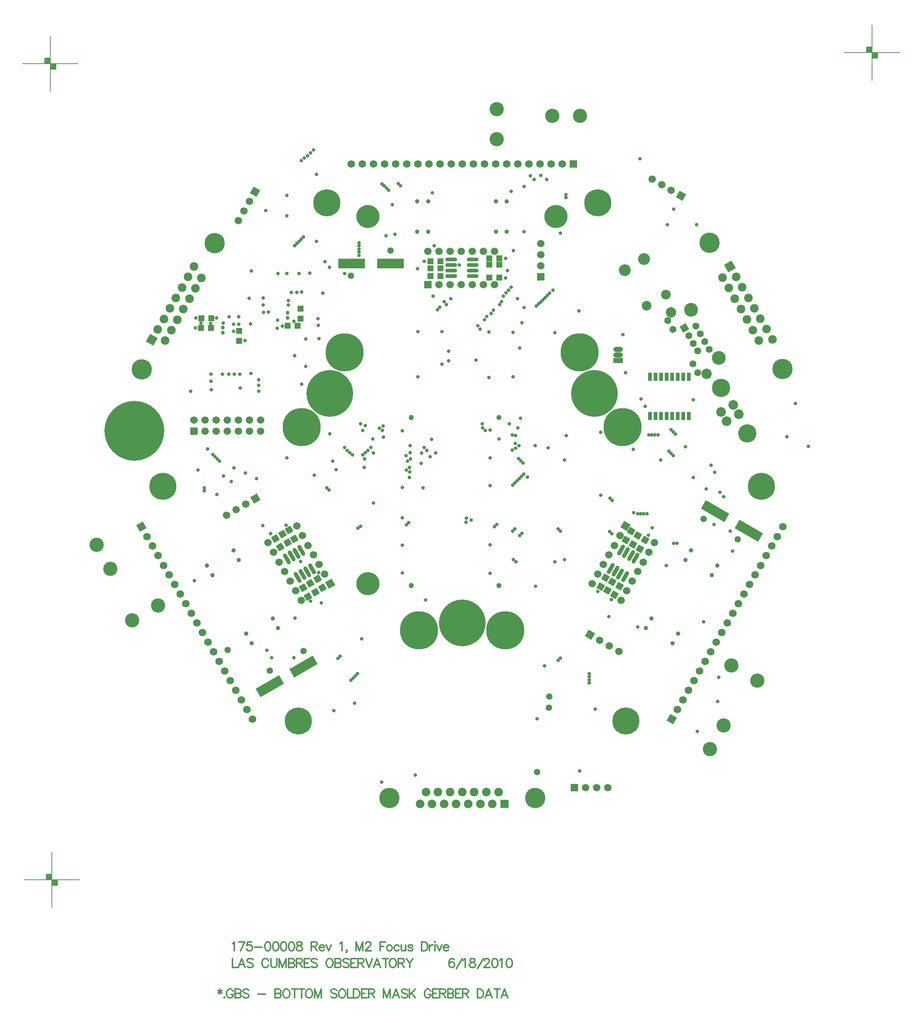
<source format=gbs>
%FSLAX23Y23*%
%MOIN*%
G70*
G01*
G75*
G04 Layer_Color=16711935*
%ADD10O,0.027X0.010*%
%ADD11R,0.065X0.094*%
%ADD12R,0.070X0.135*%
%ADD13O,0.098X0.028*%
%ADD14R,0.048X0.078*%
%ADD15R,0.087X0.059*%
%ADD16R,0.063X0.075*%
%ADD17R,0.050X0.050*%
%ADD18R,0.050X0.050*%
%ADD19R,0.025X0.100*%
%ADD20R,0.057X0.012*%
%ADD21R,0.025X0.185*%
%ADD22O,0.024X0.010*%
%ADD23R,0.094X0.130*%
%ADD24R,0.094X0.102*%
%ADD25R,0.200X0.150*%
%ADD26R,0.200X0.040*%
%ADD27R,0.059X0.051*%
%ADD28O,0.012X0.069*%
%ADD29R,0.078X0.048*%
G04:AMPARAMS|DCode=30|XSize=78mil|YSize=48mil|CornerRadius=0mil|HoleSize=0mil|Usage=FLASHONLY|Rotation=120.000|XOffset=0mil|YOffset=0mil|HoleType=Round|Shape=Rectangle|*
%AMROTATEDRECTD30*
4,1,4,0.040,-0.022,-0.001,-0.046,-0.040,0.022,0.001,0.046,0.040,-0.022,0.0*
%
%ADD30ROTATEDRECTD30*%

G04:AMPARAMS|DCode=31|XSize=78mil|YSize=48mil|CornerRadius=0mil|HoleSize=0mil|Usage=FLASHONLY|Rotation=240.000|XOffset=0mil|YOffset=0mil|HoleType=Round|Shape=Rectangle|*
%AMROTATEDRECTD31*
4,1,4,-0.001,0.046,0.040,0.022,0.001,-0.046,-0.040,-0.022,-0.001,0.046,0.0*
%
%ADD31ROTATEDRECTD31*%

%ADD32R,0.067X0.040*%
%ADD33R,0.040X0.067*%
%ADD34R,0.051X0.059*%
G04:AMPARAMS|DCode=35|XSize=135mil|YSize=70mil|CornerRadius=0mil|HoleSize=0mil|Usage=FLASHONLY|Rotation=30.000|XOffset=0mil|YOffset=0mil|HoleType=Round|Shape=Rectangle|*
%AMROTATEDRECTD35*
4,1,4,-0.041,-0.064,-0.076,-0.003,0.041,0.064,0.076,0.003,-0.041,-0.064,0.0*
%
%ADD35ROTATEDRECTD35*%

G04:AMPARAMS|DCode=36|XSize=135mil|YSize=70mil|CornerRadius=0mil|HoleSize=0mil|Usage=FLASHONLY|Rotation=150.000|XOffset=0mil|YOffset=0mil|HoleType=Round|Shape=Rectangle|*
%AMROTATEDRECTD36*
4,1,4,0.076,-0.003,0.041,-0.064,-0.076,0.003,-0.041,0.064,0.076,-0.003,0.0*
%
%ADD36ROTATEDRECTD36*%

%ADD37C,0.020*%
%ADD38C,0.030*%
%ADD39C,0.010*%
%ADD40C,0.005*%
%ADD41C,0.050*%
%ADD42C,0.005*%
%ADD43C,0.012*%
%ADD44C,0.008*%
%ADD45C,0.012*%
%ADD46C,0.012*%
%ADD47C,0.055*%
%ADD48P,0.078X4X165.0*%
%ADD49C,0.116*%
%ADD50C,0.085*%
%ADD51C,0.039*%
%ADD52C,0.200*%
%ADD53C,0.120*%
%ADD54P,0.085X4X105.0*%
%ADD55C,0.060*%
%ADD56P,0.085X4X345.0*%
%ADD57R,0.060X0.060*%
%ADD58P,0.084X4X195.0*%
%ADD59C,0.059*%
%ADD60C,0.031*%
%ADD61C,0.079*%
%ADD62P,0.084X4X255.0*%
%ADD63R,0.059X0.059*%
%ADD64C,0.175*%
%ADD65C,0.070*%
%ADD66R,0.070X0.070*%
%ADD67P,0.084X4X255.0*%
%ADD68C,0.059*%
%ADD69R,0.059X0.059*%
%ADD70P,0.084X4X375.0*%
%ADD71C,0.157*%
%ADD72P,0.084X4X285.0*%
%ADD73C,0.098*%
%ADD74O,0.079X0.039*%
%ADD75R,0.079X0.039*%
%ADD76R,0.059X0.059*%
%ADD77C,0.413*%
%ADD78C,0.531*%
%ADD79C,0.335*%
%ADD80C,0.236*%
%ADD81P,0.099X4X165.0*%
%ADD82P,0.099X4X285.0*%
%ADD83C,0.024*%
%ADD84C,0.026*%
%ADD85C,0.050*%
%ADD86C,0.040*%
%ADD87C,0.075*%
%ADD88C,0.168*%
%ADD89C,0.102*%
%ADD90C,0.080*%
%ADD91C,0.131*%
%ADD92C,0.110*%
G04:AMPARAMS|DCode=93|XSize=90mil|YSize=90mil|CornerRadius=0mil|HoleSize=0mil|Usage=FLASHONLY|Rotation=0.000|XOffset=0mil|YOffset=0mil|HoleType=Round|Shape=Relief|Width=10mil|Gap=10mil|Entries=4|*
%AMTHD93*
7,0,0,0.090,0.070,0.010,45*
%
%ADD93THD93*%
%ADD94C,0.075*%
%ADD95C,0.060*%
G04:AMPARAMS|DCode=96|XSize=107.244mil|YSize=107.244mil|CornerRadius=0mil|HoleSize=0mil|Usage=FLASHONLY|Rotation=0.000|XOffset=0mil|YOffset=0mil|HoleType=Round|Shape=Relief|Width=10mil|Gap=10mil|Entries=4|*
%AMTHD96*
7,0,0,0.107,0.087,0.010,45*
%
%ADD96THD96*%
%ADD97C,0.087*%
%ADD98C,0.163*%
%ADD99C,0.087*%
%ADD100C,0.075*%
%ADD101C,0.131*%
%ADD102C,0.076*%
%ADD103C,0.099*%
%ADD104C,0.070*%
G04:AMPARAMS|DCode=105|XSize=95.433mil|YSize=95.433mil|CornerRadius=0mil|HoleSize=0mil|Usage=FLASHONLY|Rotation=0.000|XOffset=0mil|YOffset=0mil|HoleType=Round|Shape=Relief|Width=10mil|Gap=10mil|Entries=4|*
%AMTHD105*
7,0,0,0.095,0.075,0.010,45*
%
%ADD105THD105*%
%ADD106C,0.257*%
%ADD107C,0.571*%
%ADD108C,0.375*%
%ADD109C,0.206*%
%ADD110C,0.053*%
G04:AMPARAMS|DCode=111|XSize=70mil|YSize=70mil|CornerRadius=0mil|HoleSize=0mil|Usage=FLASHONLY|Rotation=0.000|XOffset=0mil|YOffset=0mil|HoleType=Round|Shape=Relief|Width=10mil|Gap=10mil|Entries=4|*
%AMTHD111*
7,0,0,0.070,0.050,0.010,45*
%
%ADD111THD111*%
%ADD112C,0.065*%
G04:AMPARAMS|DCode=113|XSize=85mil|YSize=85mil|CornerRadius=0mil|HoleSize=0mil|Usage=FLASHONLY|Rotation=0.000|XOffset=0mil|YOffset=0mil|HoleType=Round|Shape=Relief|Width=10mil|Gap=10mil|Entries=4|*
%AMTHD113*
7,0,0,0.085,0.065,0.010,45*
%
%ADD113THD113*%
G04:AMPARAMS|DCode=114|XSize=95mil|YSize=95mil|CornerRadius=0mil|HoleSize=0mil|Usage=FLASHONLY|Rotation=0.000|XOffset=0mil|YOffset=0mil|HoleType=Round|Shape=Relief|Width=10mil|Gap=10mil|Entries=4|*
%AMTHD114*
7,0,0,0.095,0.075,0.010,45*
%
%ADD114THD114*%
G04:AMPARAMS|DCode=115|XSize=122mil|YSize=122mil|CornerRadius=0mil|HoleSize=0mil|Usage=FLASHONLY|Rotation=0.000|XOffset=0mil|YOffset=0mil|HoleType=Round|Shape=Relief|Width=10mil|Gap=10mil|Entries=4|*
%AMTHD115*
7,0,0,0.122,0.102,0.010,45*
%
%ADD115THD115*%
G04:AMPARAMS|DCode=116|XSize=79.685mil|YSize=79.685mil|CornerRadius=0mil|HoleSize=0mil|Usage=FLASHONLY|Rotation=0.000|XOffset=0mil|YOffset=0mil|HoleType=Round|Shape=Relief|Width=10mil|Gap=10mil|Entries=4|*
%AMTHD116*
7,0,0,0.080,0.060,0.010,45*
%
%ADD116THD116*%
G04:AMPARAMS|DCode=117|XSize=183mil|YSize=183mil|CornerRadius=0mil|HoleSize=0mil|Usage=FLASHONLY|Rotation=0.000|XOffset=0mil|YOffset=0mil|HoleType=Round|Shape=Relief|Width=10mil|Gap=10mil|Entries=4|*
%AMTHD117*
7,0,0,0.183,0.163,0.010,45*
%
%ADD117THD117*%
G04:AMPARAMS|DCode=118|XSize=107mil|YSize=107mil|CornerRadius=0mil|HoleSize=0mil|Usage=FLASHONLY|Rotation=0.000|XOffset=0mil|YOffset=0mil|HoleType=Round|Shape=Relief|Width=10mil|Gap=10mil|Entries=4|*
%AMTHD118*
7,0,0,0.107,0.087,0.010,45*
%
%ADD118THD118*%
G04:AMPARAMS|DCode=119|XSize=95.433mil|YSize=95.433mil|CornerRadius=0mil|HoleSize=0mil|Usage=FLASHONLY|Rotation=0.000|XOffset=0mil|YOffset=0mil|HoleType=Round|Shape=Relief|Width=10mil|Gap=10mil|Entries=4|*
%AMTHD119*
7,0,0,0.095,0.075,0.010,45*
%
%ADD119THD119*%
G04:AMPARAMS|DCode=120|XSize=150.551mil|YSize=150.551mil|CornerRadius=0mil|HoleSize=0mil|Usage=FLASHONLY|Rotation=0.000|XOffset=0mil|YOffset=0mil|HoleType=Round|Shape=Relief|Width=10mil|Gap=10mil|Entries=4|*
%AMTHD120*
7,0,0,0.151,0.131,0.010,45*
%
%ADD120THD120*%
G04:AMPARAMS|DCode=121|XSize=96.221mil|YSize=96.221mil|CornerRadius=0mil|HoleSize=0mil|Usage=FLASHONLY|Rotation=0.000|XOffset=0mil|YOffset=0mil|HoleType=Round|Shape=Relief|Width=10mil|Gap=10mil|Entries=4|*
%AMTHD121*
7,0,0,0.096,0.076,0.010,45*
%
%ADD121THD121*%
G04:AMPARAMS|DCode=122|XSize=119.055mil|YSize=119.055mil|CornerRadius=0mil|HoleSize=0mil|Usage=FLASHONLY|Rotation=0.000|XOffset=0mil|YOffset=0mil|HoleType=Round|Shape=Relief|Width=10mil|Gap=10mil|Entries=4|*
%AMTHD122*
7,0,0,0.119,0.099,0.010,45*
%
%ADD122THD122*%
G04:AMPARAMS|DCode=123|XSize=89.528mil|YSize=89.528mil|CornerRadius=0mil|HoleSize=0mil|Usage=FLASHONLY|Rotation=0.000|XOffset=0mil|YOffset=0mil|HoleType=Round|Shape=Relief|Width=10mil|Gap=10mil|Entries=4|*
%AMTHD123*
7,0,0,0.090,0.070,0.010,45*
%
%ADD123THD123*%
G04:AMPARAMS|DCode=124|XSize=72.992mil|YSize=72.992mil|CornerRadius=0mil|HoleSize=0mil|Usage=FLASHONLY|Rotation=0.000|XOffset=0mil|YOffset=0mil|HoleType=Round|Shape=Relief|Width=10mil|Gap=10mil|Entries=4|*
%AMTHD124*
7,0,0,0.073,0.053,0.010,45*
%
%ADD124THD124*%
G04:AMPARAMS|DCode=125|XSize=79mil|YSize=236mil|CornerRadius=0mil|HoleSize=0mil|Usage=FLASHONLY|Rotation=240.000|XOffset=0mil|YOffset=0mil|HoleType=Round|Shape=Rectangle|*
%AMROTATEDRECTD125*
4,1,4,-0.083,0.093,0.122,-0.025,0.083,-0.093,-0.122,0.025,-0.083,0.093,0.0*
%
%ADD125ROTATEDRECTD125*%

G04:AMPARAMS|DCode=126|XSize=79mil|YSize=236mil|CornerRadius=0mil|HoleSize=0mil|Usage=FLASHONLY|Rotation=120.000|XOffset=0mil|YOffset=0mil|HoleType=Round|Shape=Rectangle|*
%AMROTATEDRECTD126*
4,1,4,0.122,0.025,-0.083,-0.093,-0.122,-0.025,0.083,0.093,0.122,0.025,0.0*
%
%ADD126ROTATEDRECTD126*%

%ADD127R,0.236X0.079*%
%ADD128R,0.025X0.070*%
G04:AMPARAMS|DCode=129|XSize=28mil|YSize=98mil|CornerRadius=0mil|HoleSize=0mil|Usage=FLASHONLY|Rotation=210.000|XOffset=0mil|YOffset=0mil|HoleType=Round|Shape=Round|*
%AMOVALD129*
21,1,0.071,0.028,0.000,0.000,300.0*
1,1,0.028,-0.018,0.031*
1,1,0.028,0.018,-0.031*
%
%ADD129OVALD129*%

%ADD130P,0.071X4X345.0*%
G04:AMPARAMS|DCode=131|XSize=28mil|YSize=98mil|CornerRadius=0mil|HoleSize=0mil|Usage=FLASHONLY|Rotation=330.000|XOffset=0mil|YOffset=0mil|HoleType=Round|Shape=Round|*
%AMOVALD131*
21,1,0.071,0.028,0.000,0.000,60.0*
1,1,0.028,-0.018,-0.031*
1,1,0.028,0.018,0.031*
%
%ADD131OVALD131*%

%ADD132P,0.071X4X105.0*%
%ADD133C,0.075*%
%ADD134C,0.010*%
%ADD135C,0.010*%
%ADD136C,0.024*%
%ADD137C,0.007*%
%ADD138C,0.008*%
%ADD139C,0.006*%
%ADD140C,0.020*%
%ADD141R,0.195X0.150*%
%ADD142R,0.020X0.082*%
%ADD143O,0.035X0.018*%
%ADD144R,0.073X0.102*%
%ADD145R,0.078X0.143*%
%ADD146O,0.106X0.036*%
%ADD147R,0.056X0.086*%
%ADD148R,0.095X0.067*%
%ADD149R,0.071X0.083*%
%ADD150R,0.058X0.058*%
%ADD151R,0.058X0.058*%
%ADD152R,0.033X0.108*%
%ADD153R,0.061X0.016*%
%ADD154R,0.033X0.193*%
%ADD155O,0.032X0.018*%
%ADD156R,0.102X0.138*%
%ADD157R,0.102X0.110*%
%ADD158R,0.208X0.158*%
%ADD159R,0.208X0.048*%
%ADD160R,0.067X0.059*%
%ADD161O,0.020X0.077*%
%ADD162R,0.086X0.056*%
G04:AMPARAMS|DCode=163|XSize=86mil|YSize=56mil|CornerRadius=0mil|HoleSize=0mil|Usage=FLASHONLY|Rotation=120.000|XOffset=0mil|YOffset=0mil|HoleType=Round|Shape=Rectangle|*
%AMROTATEDRECTD163*
4,1,4,0.046,-0.023,-0.003,-0.051,-0.046,0.023,0.003,0.051,0.046,-0.023,0.0*
%
%ADD163ROTATEDRECTD163*%

G04:AMPARAMS|DCode=164|XSize=86mil|YSize=56mil|CornerRadius=0mil|HoleSize=0mil|Usage=FLASHONLY|Rotation=240.000|XOffset=0mil|YOffset=0mil|HoleType=Round|Shape=Rectangle|*
%AMROTATEDRECTD164*
4,1,4,-0.003,0.051,0.046,0.023,0.003,-0.051,-0.046,-0.023,-0.003,0.051,0.0*
%
%ADD164ROTATEDRECTD164*%

%ADD165R,0.075X0.048*%
%ADD166R,0.048X0.075*%
%ADD167R,0.059X0.067*%
G04:AMPARAMS|DCode=168|XSize=143mil|YSize=78mil|CornerRadius=0mil|HoleSize=0mil|Usage=FLASHONLY|Rotation=30.000|XOffset=0mil|YOffset=0mil|HoleType=Round|Shape=Rectangle|*
%AMROTATEDRECTD168*
4,1,4,-0.042,-0.070,-0.081,-0.002,0.042,0.070,0.081,0.002,-0.042,-0.070,0.0*
%
%ADD168ROTATEDRECTD168*%

G04:AMPARAMS|DCode=169|XSize=143mil|YSize=78mil|CornerRadius=0mil|HoleSize=0mil|Usage=FLASHONLY|Rotation=150.000|XOffset=0mil|YOffset=0mil|HoleType=Round|Shape=Rectangle|*
%AMROTATEDRECTD169*
4,1,4,0.081,-0.002,0.042,-0.070,-0.081,0.002,-0.042,0.070,0.081,-0.002,0.0*
%
%ADD169ROTATEDRECTD169*%

%ADD170C,0.063*%
%ADD171P,0.089X4X165.0*%
%ADD172C,0.124*%
%ADD173C,0.093*%
%ADD174C,0.047*%
%ADD175C,0.208*%
%ADD176C,0.128*%
%ADD177P,0.096X4X105.0*%
%ADD178C,0.068*%
%ADD179P,0.096X4X345.0*%
%ADD180R,0.068X0.068*%
%ADD181P,0.095X4X195.0*%
%ADD182C,0.067*%
%ADD183C,0.039*%
%ADD184C,0.087*%
%ADD185P,0.095X4X255.0*%
%ADD186R,0.067X0.067*%
%ADD187C,0.183*%
%ADD188C,0.078*%
%ADD189R,0.078X0.078*%
%ADD190P,0.095X4X255.0*%
%ADD191C,0.067*%
%ADD192R,0.067X0.067*%
%ADD193P,0.095X4X375.0*%
%ADD194C,0.165*%
%ADD195P,0.095X4X285.0*%
%ADD196C,0.106*%
%ADD197O,0.087X0.047*%
%ADD198R,0.087X0.047*%
%ADD199R,0.067X0.067*%
%ADD200C,0.421*%
%ADD201C,0.539*%
%ADD202C,0.343*%
%ADD203C,0.244*%
%ADD204P,0.110X4X165.0*%
%ADD205P,0.110X4X285.0*%
%ADD206C,0.032*%
%ADD207C,0.058*%
G04:AMPARAMS|DCode=208|XSize=87mil|YSize=244mil|CornerRadius=0mil|HoleSize=0mil|Usage=FLASHONLY|Rotation=240.000|XOffset=0mil|YOffset=0mil|HoleType=Round|Shape=Rectangle|*
%AMROTATEDRECTD208*
4,1,4,-0.084,0.099,0.127,-0.023,0.084,-0.099,-0.127,0.023,-0.084,0.099,0.0*
%
%ADD208ROTATEDRECTD208*%

G04:AMPARAMS|DCode=209|XSize=87mil|YSize=244mil|CornerRadius=0mil|HoleSize=0mil|Usage=FLASHONLY|Rotation=120.000|XOffset=0mil|YOffset=0mil|HoleType=Round|Shape=Rectangle|*
%AMROTATEDRECTD209*
4,1,4,0.127,0.023,-0.084,-0.099,-0.127,-0.023,0.084,0.099,0.127,0.023,0.0*
%
%ADD209ROTATEDRECTD209*%

%ADD210R,0.244X0.087*%
%ADD211R,0.033X0.078*%
G04:AMPARAMS|DCode=212|XSize=36mil|YSize=106mil|CornerRadius=0mil|HoleSize=0mil|Usage=FLASHONLY|Rotation=210.000|XOffset=0mil|YOffset=0mil|HoleType=Round|Shape=Round|*
%AMOVALD212*
21,1,0.071,0.036,0.000,0.000,300.0*
1,1,0.036,-0.018,0.031*
1,1,0.036,0.018,-0.031*
%
%ADD212OVALD212*%

%ADD213P,0.082X4X345.0*%
G04:AMPARAMS|DCode=214|XSize=36mil|YSize=106mil|CornerRadius=0mil|HoleSize=0mil|Usage=FLASHONLY|Rotation=330.000|XOffset=0mil|YOffset=0mil|HoleType=Round|Shape=Round|*
%AMOVALD214*
21,1,0.071,0.036,0.000,0.000,60.0*
1,1,0.036,-0.018,-0.031*
1,1,0.036,0.018,0.031*
%
%ADD214OVALD214*%

%ADD215P,0.082X4X105.0*%
%ADD216C,0.034*%
D43*
X13298Y8201D02*
Y8155D01*
X13279Y8189D02*
X13317Y8167D01*
Y8189D02*
X13279Y8167D01*
X13337Y8128D02*
X13333Y8125D01*
X13337Y8121D01*
X13341Y8125D01*
X13337Y8128D01*
X13416Y8182D02*
X13412Y8189D01*
X13404Y8197D01*
X13397Y8201D01*
X13381D01*
X13374Y8197D01*
X13366Y8189D01*
X13362Y8182D01*
X13358Y8170D01*
Y8151D01*
X13362Y8140D01*
X13366Y8132D01*
X13374Y8125D01*
X13381Y8121D01*
X13397D01*
X13404Y8125D01*
X13412Y8132D01*
X13416Y8140D01*
Y8151D01*
X13397D02*
X13416D01*
X13434Y8201D02*
Y8121D01*
Y8201D02*
X13468D01*
X13480Y8197D01*
X13483Y8193D01*
X13487Y8186D01*
Y8178D01*
X13483Y8170D01*
X13480Y8167D01*
X13468Y8163D01*
X13434D02*
X13468D01*
X13480Y8159D01*
X13483Y8155D01*
X13487Y8147D01*
Y8136D01*
X13483Y8128D01*
X13480Y8125D01*
X13468Y8121D01*
X13434D01*
X13558Y8189D02*
X13551Y8197D01*
X13539Y8201D01*
X13524D01*
X13513Y8197D01*
X13505Y8189D01*
Y8182D01*
X13509Y8174D01*
X13513Y8170D01*
X13520Y8167D01*
X13543Y8159D01*
X13551Y8155D01*
X13555Y8151D01*
X13558Y8144D01*
Y8132D01*
X13551Y8125D01*
X13539Y8121D01*
X13524D01*
X13513Y8125D01*
X13505Y8132D01*
X13639Y8155D02*
X13708D01*
X13794Y8201D02*
Y8121D01*
Y8201D02*
X13828D01*
X13840Y8197D01*
X13844Y8193D01*
X13848Y8186D01*
Y8178D01*
X13844Y8170D01*
X13840Y8167D01*
X13828Y8163D01*
X13794D02*
X13828D01*
X13840Y8159D01*
X13844Y8155D01*
X13848Y8147D01*
Y8136D01*
X13844Y8128D01*
X13840Y8125D01*
X13828Y8121D01*
X13794D01*
X13888Y8201D02*
X13881Y8197D01*
X13873Y8189D01*
X13869Y8182D01*
X13865Y8170D01*
Y8151D01*
X13869Y8140D01*
X13873Y8132D01*
X13881Y8125D01*
X13888Y8121D01*
X13903D01*
X13911Y8125D01*
X13919Y8132D01*
X13923Y8140D01*
X13926Y8151D01*
Y8170D01*
X13923Y8182D01*
X13919Y8189D01*
X13911Y8197D01*
X13903Y8201D01*
X13888D01*
X13972D02*
Y8121D01*
X13945Y8201D02*
X13998D01*
X14035D02*
Y8121D01*
X14008Y8201D02*
X14061D01*
X14094D02*
X14086Y8197D01*
X14078Y8189D01*
X14075Y8182D01*
X14071Y8170D01*
Y8151D01*
X14075Y8140D01*
X14078Y8132D01*
X14086Y8125D01*
X14094Y8121D01*
X14109D01*
X14116Y8125D01*
X14124Y8132D01*
X14128Y8140D01*
X14132Y8151D01*
Y8170D01*
X14128Y8182D01*
X14124Y8189D01*
X14116Y8197D01*
X14109Y8201D01*
X14094D01*
X14150D02*
Y8121D01*
Y8201D02*
X14181Y8121D01*
X14211Y8201D02*
X14181Y8121D01*
X14211Y8201D02*
Y8121D01*
X14350Y8189D02*
X14343Y8197D01*
X14331Y8201D01*
X14316D01*
X14305Y8197D01*
X14297Y8189D01*
Y8182D01*
X14301Y8174D01*
X14305Y8170D01*
X14312Y8167D01*
X14335Y8159D01*
X14343Y8155D01*
X14346Y8151D01*
X14350Y8144D01*
Y8132D01*
X14343Y8125D01*
X14331Y8121D01*
X14316D01*
X14305Y8125D01*
X14297Y8132D01*
X14391Y8201D02*
X14383Y8197D01*
X14376Y8189D01*
X14372Y8182D01*
X14368Y8170D01*
Y8151D01*
X14372Y8140D01*
X14376Y8132D01*
X14383Y8125D01*
X14391Y8121D01*
X14406D01*
X14414Y8125D01*
X14421Y8132D01*
X14425Y8140D01*
X14429Y8151D01*
Y8170D01*
X14425Y8182D01*
X14421Y8189D01*
X14414Y8197D01*
X14406Y8201D01*
X14391D01*
X14448D02*
Y8121D01*
X14493D01*
X14502Y8201D02*
Y8121D01*
Y8201D02*
X14529D01*
X14540Y8197D01*
X14548Y8189D01*
X14552Y8182D01*
X14556Y8170D01*
Y8151D01*
X14552Y8140D01*
X14548Y8132D01*
X14540Y8125D01*
X14529Y8121D01*
X14502D01*
X14623Y8201D02*
X14573D01*
Y8121D01*
X14623D01*
X14573Y8163D02*
X14604D01*
X14636Y8201D02*
Y8121D01*
Y8201D02*
X14671D01*
X14682Y8197D01*
X14686Y8193D01*
X14690Y8186D01*
Y8178D01*
X14686Y8170D01*
X14682Y8167D01*
X14671Y8163D01*
X14636D01*
X14663D02*
X14690Y8121D01*
X14770Y8201D02*
Y8121D01*
Y8201D02*
X14801Y8121D01*
X14831Y8201D02*
X14801Y8121D01*
X14831Y8201D02*
Y8121D01*
X14915D02*
X14885Y8201D01*
X14854Y8121D01*
X14866Y8147D02*
X14904D01*
X14987Y8189D02*
X14979Y8197D01*
X14968Y8201D01*
X14953D01*
X14941Y8197D01*
X14934Y8189D01*
Y8182D01*
X14938Y8174D01*
X14941Y8170D01*
X14949Y8167D01*
X14972Y8159D01*
X14979Y8155D01*
X14983Y8151D01*
X14987Y8144D01*
Y8132D01*
X14979Y8125D01*
X14968Y8121D01*
X14953D01*
X14941Y8125D01*
X14934Y8132D01*
X15005Y8201D02*
Y8121D01*
X15058Y8201D02*
X15005Y8147D01*
X15024Y8167D02*
X15058Y8121D01*
X15196Y8182D02*
X15192Y8189D01*
X15185Y8197D01*
X15177Y8201D01*
X15162D01*
X15154Y8197D01*
X15147Y8189D01*
X15143Y8182D01*
X15139Y8170D01*
Y8151D01*
X15143Y8140D01*
X15147Y8132D01*
X15154Y8125D01*
X15162Y8121D01*
X15177D01*
X15185Y8125D01*
X15192Y8132D01*
X15196Y8140D01*
Y8151D01*
X15177D02*
X15196D01*
X15264Y8201D02*
X15214D01*
Y8121D01*
X15264D01*
X15214Y8163D02*
X15245D01*
X15277Y8201D02*
Y8121D01*
Y8201D02*
X15312D01*
X15323Y8197D01*
X15327Y8193D01*
X15331Y8186D01*
Y8178D01*
X15327Y8170D01*
X15323Y8167D01*
X15312Y8163D01*
X15277D01*
X15304D02*
X15331Y8121D01*
X15349Y8201D02*
Y8121D01*
Y8201D02*
X15383D01*
X15394Y8197D01*
X15398Y8193D01*
X15402Y8186D01*
Y8178D01*
X15398Y8170D01*
X15394Y8167D01*
X15383Y8163D01*
X15349D02*
X15383D01*
X15394Y8159D01*
X15398Y8155D01*
X15402Y8147D01*
Y8136D01*
X15398Y8128D01*
X15394Y8125D01*
X15383Y8121D01*
X15349D01*
X15469Y8201D02*
X15420D01*
Y8121D01*
X15469D01*
X15420Y8163D02*
X15450D01*
X15483Y8201D02*
Y8121D01*
Y8201D02*
X15517D01*
X15528Y8197D01*
X15532Y8193D01*
X15536Y8186D01*
Y8178D01*
X15532Y8170D01*
X15528Y8167D01*
X15517Y8163D01*
X15483D01*
X15509D02*
X15536Y8121D01*
X15617Y8201D02*
Y8121D01*
Y8201D02*
X15643D01*
X15655Y8197D01*
X15662Y8189D01*
X15666Y8182D01*
X15670Y8170D01*
Y8151D01*
X15666Y8140D01*
X15662Y8132D01*
X15655Y8125D01*
X15643Y8121D01*
X15617D01*
X15749D02*
X15718Y8201D01*
X15688Y8121D01*
X15699Y8147D02*
X15737D01*
X15794Y8201D02*
Y8121D01*
X15767Y8201D02*
X15821D01*
X15891Y8121D02*
X15861Y8201D01*
X15830Y8121D01*
X15842Y8147D02*
X15880D01*
D44*
X11519Y16536D02*
X12019D01*
X11769Y16286D02*
Y16786D01*
X11719Y16586D02*
X11719Y16536D01*
X11719Y16586D02*
X11769Y16586D01*
X11819Y16536D02*
X11819Y16486D01*
X11769Y16486D02*
X11819Y16486D01*
X11774Y16531D02*
X11814D01*
Y16491D02*
Y16531D01*
X11774Y16491D02*
X11814D01*
X11774D02*
Y16531D01*
X11779Y16526D02*
X11809D01*
Y16496D02*
Y16526D01*
X11779Y16496D02*
X11809D01*
X11779D02*
Y16521D01*
X11784D02*
X11804D01*
X11804Y16501D01*
X11784Y16501D02*
X11804Y16501D01*
X11784Y16501D02*
Y16516D01*
X11789Y16516D02*
X11799Y16516D01*
Y16506D02*
Y16516D01*
X11789Y16506D02*
X11799D01*
X11789D02*
X11789Y16516D01*
Y16511D02*
X11799D01*
X11724Y16581D02*
X11764D01*
Y16541D02*
Y16581D01*
X11724Y16541D02*
X11764D01*
X11724D02*
Y16581D01*
X11729Y16576D02*
X11759D01*
Y16546D02*
Y16576D01*
X11729Y16546D02*
X11759D01*
X11729D02*
Y16571D01*
X11734D02*
X11754Y16571D01*
Y16551D02*
Y16571D01*
X11734Y16551D02*
X11754D01*
X11734D02*
Y16566D01*
X11739D02*
X11749D01*
X11749Y16556D02*
X11749Y16566D01*
X11739Y16556D02*
X11749Y16556D01*
X11739Y16556D02*
Y16566D01*
Y16561D02*
X11749D01*
X18919Y16636D02*
X19419D01*
X19169Y16386D02*
Y16886D01*
X19119Y16686D02*
X19119Y16636D01*
X19119Y16686D02*
X19169Y16686D01*
X19219Y16636D02*
X19219Y16586D01*
X19169Y16586D02*
X19219Y16586D01*
X19174Y16631D02*
X19214D01*
Y16591D02*
Y16631D01*
X19174Y16591D02*
X19214D01*
X19174D02*
Y16631D01*
X19179Y16626D02*
X19209D01*
Y16596D02*
Y16626D01*
X19179Y16596D02*
X19209D01*
X19179D02*
Y16621D01*
X19184D02*
X19204D01*
X19204Y16601D01*
X19184Y16601D02*
X19204Y16601D01*
X19184Y16601D02*
Y16616D01*
X19189Y16616D02*
X19199Y16616D01*
Y16606D02*
Y16616D01*
X19189Y16606D02*
X19199D01*
X19189D02*
X19189Y16616D01*
Y16611D02*
X19199D01*
X19124Y16681D02*
X19164D01*
Y16641D02*
Y16681D01*
X19124Y16641D02*
X19164D01*
X19124D02*
Y16681D01*
X19129Y16676D02*
X19159D01*
Y16646D02*
Y16676D01*
X19129Y16646D02*
X19159D01*
X19129D02*
Y16671D01*
X19134D02*
X19154Y16671D01*
Y16651D02*
Y16671D01*
X19134Y16651D02*
X19154D01*
X19134D02*
Y16666D01*
X19139D02*
X19149D01*
X19149Y16656D02*
X19149Y16666D01*
X19139Y16656D02*
X19149Y16656D01*
X19139Y16656D02*
Y16666D01*
Y16661D02*
X19149D01*
X11534Y9186D02*
X12034D01*
X11784Y8936D02*
Y9436D01*
X11734Y9236D02*
X11734Y9186D01*
X11734Y9236D02*
X11784Y9236D01*
X11834Y9186D02*
X11834Y9136D01*
X11784Y9136D02*
X11834Y9136D01*
X11789Y9181D02*
X11829D01*
Y9141D02*
Y9181D01*
X11789Y9141D02*
X11829D01*
X11789D02*
Y9181D01*
X11794Y9176D02*
X11824D01*
Y9146D02*
Y9176D01*
X11794Y9146D02*
X11824D01*
X11794D02*
Y9171D01*
X11799D02*
X11819D01*
X11819Y9151D01*
X11799Y9151D02*
X11819Y9151D01*
X11799Y9151D02*
Y9166D01*
X11804Y9166D02*
X11814Y9166D01*
Y9156D02*
Y9166D01*
X11804Y9156D02*
X11814D01*
X11804D02*
X11804Y9166D01*
Y9161D02*
X11814D01*
X11739Y9231D02*
X11779D01*
Y9191D02*
Y9231D01*
X11739Y9191D02*
X11779D01*
X11739D02*
Y9231D01*
X11744Y9226D02*
X11774D01*
Y9196D02*
Y9226D01*
X11744Y9196D02*
X11774D01*
X11744D02*
Y9221D01*
X11749D02*
X11769Y9221D01*
Y9201D02*
Y9221D01*
X11749Y9201D02*
X11769D01*
X11749D02*
Y9216D01*
X11754D02*
X11764D01*
X11764Y9206D02*
X11764Y9216D01*
X11754Y9206D02*
X11764Y9206D01*
X11754Y9206D02*
Y9216D01*
Y9211D02*
X11764D01*
D45*
X13409Y8610D02*
X13416Y8614D01*
X13428Y8626D01*
Y8546D01*
X13521Y8626D02*
X13483Y8546D01*
X13467Y8626D02*
X13521D01*
X13584D02*
X13546D01*
X13542Y8591D01*
X13546Y8595D01*
X13558Y8599D01*
X13569D01*
X13581Y8595D01*
X13588Y8587D01*
X13592Y8576D01*
Y8568D01*
X13588Y8557D01*
X13581Y8549D01*
X13569Y8546D01*
X13558D01*
X13546Y8549D01*
X13542Y8553D01*
X13539Y8561D01*
X13610Y8580D02*
X13678D01*
X13725Y8626D02*
X13713Y8622D01*
X13706Y8610D01*
X13702Y8591D01*
Y8580D01*
X13706Y8561D01*
X13713Y8549D01*
X13725Y8546D01*
X13733D01*
X13744Y8549D01*
X13752Y8561D01*
X13755Y8580D01*
Y8591D01*
X13752Y8610D01*
X13744Y8622D01*
X13733Y8626D01*
X13725D01*
X13796D02*
X13785Y8622D01*
X13777Y8610D01*
X13773Y8591D01*
Y8580D01*
X13777Y8561D01*
X13785Y8549D01*
X13796Y8546D01*
X13804D01*
X13815Y8549D01*
X13823Y8561D01*
X13827Y8580D01*
Y8591D01*
X13823Y8610D01*
X13815Y8622D01*
X13804Y8626D01*
X13796D01*
X13867D02*
X13856Y8622D01*
X13848Y8610D01*
X13844Y8591D01*
Y8580D01*
X13848Y8561D01*
X13856Y8549D01*
X13867Y8546D01*
X13875D01*
X13886Y8549D01*
X13894Y8561D01*
X13898Y8580D01*
Y8591D01*
X13894Y8610D01*
X13886Y8622D01*
X13875Y8626D01*
X13867D01*
X13939D02*
X13927Y8622D01*
X13920Y8610D01*
X13916Y8591D01*
Y8580D01*
X13920Y8561D01*
X13927Y8549D01*
X13939Y8546D01*
X13946D01*
X13958Y8549D01*
X13965Y8561D01*
X13969Y8580D01*
Y8591D01*
X13965Y8610D01*
X13958Y8622D01*
X13946Y8626D01*
X13939D01*
X14006D02*
X13995Y8622D01*
X13991Y8614D01*
Y8606D01*
X13995Y8599D01*
X14002Y8595D01*
X14017Y8591D01*
X14029Y8587D01*
X14036Y8580D01*
X14040Y8572D01*
Y8561D01*
X14036Y8553D01*
X14033Y8549D01*
X14021Y8546D01*
X14006D01*
X13995Y8549D01*
X13991Y8553D01*
X13987Y8561D01*
Y8572D01*
X13991Y8580D01*
X13998Y8587D01*
X14010Y8591D01*
X14025Y8595D01*
X14033Y8599D01*
X14036Y8606D01*
Y8614D01*
X14033Y8622D01*
X14021Y8626D01*
X14006D01*
X14121D02*
Y8546D01*
Y8626D02*
X14155D01*
X14167Y8622D01*
X14171Y8618D01*
X14174Y8610D01*
Y8603D01*
X14171Y8595D01*
X14167Y8591D01*
X14155Y8587D01*
X14121D01*
X14148D02*
X14174Y8546D01*
X14192Y8576D02*
X14238D01*
Y8584D01*
X14234Y8591D01*
X14230Y8595D01*
X14223Y8599D01*
X14211D01*
X14204Y8595D01*
X14196Y8587D01*
X14192Y8576D01*
Y8568D01*
X14196Y8557D01*
X14204Y8549D01*
X14211Y8546D01*
X14223D01*
X14230Y8549D01*
X14238Y8557D01*
X14255Y8599D02*
X14278Y8546D01*
X14301Y8599D02*
X14278Y8546D01*
X14377Y8610D02*
X14384Y8614D01*
X14396Y8626D01*
Y8546D01*
X14443Y8549D02*
X14439Y8546D01*
X14435Y8549D01*
X14439Y8553D01*
X14443Y8549D01*
Y8542D01*
X14439Y8534D01*
X14435Y8530D01*
X14523Y8626D02*
Y8546D01*
Y8626D02*
X14554Y8546D01*
X14584Y8626D02*
X14554Y8546D01*
X14584Y8626D02*
Y8546D01*
X14611Y8606D02*
Y8610D01*
X14615Y8618D01*
X14618Y8622D01*
X14626Y8626D01*
X14641D01*
X14649Y8622D01*
X14653Y8618D01*
X14656Y8610D01*
Y8603D01*
X14653Y8595D01*
X14645Y8584D01*
X14607Y8546D01*
X14660D01*
X14741Y8626D02*
Y8546D01*
Y8626D02*
X14791D01*
X14741Y8587D02*
X14772D01*
X14819Y8599D02*
X14811Y8595D01*
X14804Y8587D01*
X14800Y8576D01*
Y8568D01*
X14804Y8557D01*
X14811Y8549D01*
X14819Y8546D01*
X14830D01*
X14838Y8549D01*
X14845Y8557D01*
X14849Y8568D01*
Y8576D01*
X14845Y8587D01*
X14838Y8595D01*
X14830Y8599D01*
X14819D01*
X14912Y8587D02*
X14905Y8595D01*
X14897Y8599D01*
X14886D01*
X14878Y8595D01*
X14871Y8587D01*
X14867Y8576D01*
Y8568D01*
X14871Y8557D01*
X14878Y8549D01*
X14886Y8546D01*
X14897D01*
X14905Y8549D01*
X14912Y8557D01*
X14930Y8599D02*
Y8561D01*
X14933Y8549D01*
X14941Y8546D01*
X14952D01*
X14960Y8549D01*
X14971Y8561D01*
Y8599D02*
Y8546D01*
X15034Y8587D02*
X15031Y8595D01*
X15019Y8599D01*
X15008D01*
X14996Y8595D01*
X14992Y8587D01*
X14996Y8580D01*
X15004Y8576D01*
X15023Y8572D01*
X15031Y8568D01*
X15034Y8561D01*
Y8557D01*
X15031Y8549D01*
X15019Y8546D01*
X15008D01*
X14996Y8549D01*
X14992Y8557D01*
X15114Y8626D02*
Y8546D01*
Y8626D02*
X15141D01*
X15152Y8622D01*
X15160Y8614D01*
X15163Y8606D01*
X15167Y8595D01*
Y8576D01*
X15163Y8565D01*
X15160Y8557D01*
X15152Y8549D01*
X15141Y8546D01*
X15114D01*
X15185Y8599D02*
Y8546D01*
Y8576D02*
X15189Y8587D01*
X15197Y8595D01*
X15204Y8599D01*
X15216D01*
X15230Y8626D02*
X15234Y8622D01*
X15238Y8626D01*
X15234Y8629D01*
X15230Y8626D01*
X15234Y8599D02*
Y8546D01*
X15252Y8599D02*
X15275Y8546D01*
X15298Y8599D02*
X15275Y8546D01*
X15311Y8576D02*
X15357D01*
Y8584D01*
X15353Y8591D01*
X15349Y8595D01*
X15341Y8599D01*
X15330D01*
X15322Y8595D01*
X15315Y8587D01*
X15311Y8576D01*
Y8568D01*
X15315Y8557D01*
X15322Y8549D01*
X15330Y8546D01*
X15341D01*
X15349Y8549D01*
X15357Y8557D01*
D46*
X13409Y8476D02*
Y8396D01*
X13454D01*
X13524D02*
X13494Y8476D01*
X13463Y8396D01*
X13475Y8422D02*
X13513D01*
X13596Y8464D02*
X13589Y8472D01*
X13577Y8476D01*
X13562D01*
X13550Y8472D01*
X13543Y8464D01*
Y8456D01*
X13547Y8449D01*
X13550Y8445D01*
X13558Y8441D01*
X13581Y8434D01*
X13589Y8430D01*
X13592Y8426D01*
X13596Y8418D01*
Y8407D01*
X13589Y8399D01*
X13577Y8396D01*
X13562D01*
X13550Y8399D01*
X13543Y8407D01*
X13734Y8456D02*
X13730Y8464D01*
X13723Y8472D01*
X13715Y8476D01*
X13700D01*
X13692Y8472D01*
X13685Y8464D01*
X13681Y8456D01*
X13677Y8445D01*
Y8426D01*
X13681Y8415D01*
X13685Y8407D01*
X13692Y8399D01*
X13700Y8396D01*
X13715D01*
X13723Y8399D01*
X13730Y8407D01*
X13734Y8415D01*
X13756Y8476D02*
Y8418D01*
X13760Y8407D01*
X13768Y8399D01*
X13779Y8396D01*
X13787D01*
X13798Y8399D01*
X13806Y8407D01*
X13810Y8418D01*
Y8476D01*
X13832D02*
Y8396D01*
Y8476D02*
X13862Y8396D01*
X13893Y8476D02*
X13862Y8396D01*
X13893Y8476D02*
Y8396D01*
X13916Y8476D02*
Y8396D01*
Y8476D02*
X13950D01*
X13961Y8472D01*
X13965Y8468D01*
X13969Y8460D01*
Y8453D01*
X13965Y8445D01*
X13961Y8441D01*
X13950Y8437D01*
X13916D02*
X13950D01*
X13961Y8434D01*
X13965Y8430D01*
X13969Y8422D01*
Y8411D01*
X13965Y8403D01*
X13961Y8399D01*
X13950Y8396D01*
X13916D01*
X13987Y8476D02*
Y8396D01*
Y8476D02*
X14021D01*
X14033Y8472D01*
X14036Y8468D01*
X14040Y8460D01*
Y8453D01*
X14036Y8445D01*
X14033Y8441D01*
X14021Y8437D01*
X13987D01*
X14014D02*
X14040Y8396D01*
X14108Y8476D02*
X14058D01*
Y8396D01*
X14108D01*
X14058Y8437D02*
X14089D01*
X14174Y8464D02*
X14167Y8472D01*
X14155Y8476D01*
X14140D01*
X14129Y8472D01*
X14121Y8464D01*
Y8456D01*
X14125Y8449D01*
X14129Y8445D01*
X14136Y8441D01*
X14159Y8434D01*
X14167Y8430D01*
X14171Y8426D01*
X14174Y8418D01*
Y8407D01*
X14167Y8399D01*
X14155Y8396D01*
X14140D01*
X14129Y8399D01*
X14121Y8407D01*
X14278Y8476D02*
X14270Y8472D01*
X14263Y8464D01*
X14259Y8456D01*
X14255Y8445D01*
Y8426D01*
X14259Y8415D01*
X14263Y8407D01*
X14270Y8399D01*
X14278Y8396D01*
X14293D01*
X14301Y8399D01*
X14308Y8407D01*
X14312Y8415D01*
X14316Y8426D01*
Y8445D01*
X14312Y8456D01*
X14308Y8464D01*
X14301Y8472D01*
X14293Y8476D01*
X14278D01*
X14335D02*
Y8396D01*
Y8476D02*
X14369D01*
X14380Y8472D01*
X14384Y8468D01*
X14388Y8460D01*
Y8453D01*
X14384Y8445D01*
X14380Y8441D01*
X14369Y8437D01*
X14335D02*
X14369D01*
X14380Y8434D01*
X14384Y8430D01*
X14388Y8422D01*
Y8411D01*
X14384Y8403D01*
X14380Y8399D01*
X14369Y8396D01*
X14335D01*
X14459Y8464D02*
X14452Y8472D01*
X14440Y8476D01*
X14425D01*
X14413Y8472D01*
X14406Y8464D01*
Y8456D01*
X14410Y8449D01*
X14413Y8445D01*
X14421Y8441D01*
X14444Y8434D01*
X14452Y8430D01*
X14455Y8426D01*
X14459Y8418D01*
Y8407D01*
X14452Y8399D01*
X14440Y8396D01*
X14425D01*
X14413Y8399D01*
X14406Y8407D01*
X14527Y8476D02*
X14477D01*
Y8396D01*
X14527D01*
X14477Y8437D02*
X14508D01*
X14540Y8476D02*
Y8396D01*
Y8476D02*
X14574D01*
X14586Y8472D01*
X14589Y8468D01*
X14593Y8460D01*
Y8453D01*
X14589Y8445D01*
X14586Y8441D01*
X14574Y8437D01*
X14540D01*
X14567D02*
X14593Y8396D01*
X14611Y8476D02*
X14642Y8396D01*
X14672Y8476D02*
X14642Y8396D01*
X14743D02*
X14713Y8476D01*
X14682Y8396D01*
X14694Y8422D02*
X14732D01*
X14789Y8476D02*
Y8396D01*
X14762Y8476D02*
X14815D01*
X14848D02*
X14840Y8472D01*
X14832Y8464D01*
X14829Y8456D01*
X14825Y8445D01*
Y8426D01*
X14829Y8415D01*
X14832Y8407D01*
X14840Y8399D01*
X14848Y8396D01*
X14863D01*
X14871Y8399D01*
X14878Y8407D01*
X14882Y8415D01*
X14886Y8426D01*
Y8445D01*
X14882Y8456D01*
X14878Y8464D01*
X14871Y8472D01*
X14863Y8476D01*
X14848D01*
X14904D02*
Y8396D01*
Y8476D02*
X14939D01*
X14950Y8472D01*
X14954Y8468D01*
X14958Y8460D01*
Y8453D01*
X14954Y8445D01*
X14950Y8441D01*
X14939Y8437D01*
X14904D01*
X14931D02*
X14958Y8396D01*
X14976Y8476D02*
X15006Y8437D01*
Y8396D01*
X15037Y8476D02*
X15006Y8437D01*
X15407Y8464D02*
X15403Y8472D01*
X15392Y8476D01*
X15384D01*
X15373Y8472D01*
X15365Y8460D01*
X15361Y8441D01*
Y8422D01*
X15365Y8407D01*
X15373Y8399D01*
X15384Y8396D01*
X15388D01*
X15399Y8399D01*
X15407Y8407D01*
X15411Y8418D01*
Y8422D01*
X15407Y8434D01*
X15399Y8441D01*
X15388Y8445D01*
X15384D01*
X15373Y8441D01*
X15365Y8434D01*
X15361Y8422D01*
X15428Y8384D02*
X15481Y8476D01*
X15487Y8460D02*
X15494Y8464D01*
X15506Y8476D01*
Y8396D01*
X15564Y8476D02*
X15553Y8472D01*
X15549Y8464D01*
Y8456D01*
X15553Y8449D01*
X15561Y8445D01*
X15576Y8441D01*
X15587Y8437D01*
X15595Y8430D01*
X15599Y8422D01*
Y8411D01*
X15595Y8403D01*
X15591Y8399D01*
X15580Y8396D01*
X15564D01*
X15553Y8399D01*
X15549Y8403D01*
X15545Y8411D01*
Y8422D01*
X15549Y8430D01*
X15557Y8437D01*
X15568Y8441D01*
X15584Y8445D01*
X15591Y8449D01*
X15595Y8456D01*
Y8464D01*
X15591Y8472D01*
X15580Y8476D01*
X15564D01*
X15617Y8384D02*
X15670Y8476D01*
X15679Y8456D02*
Y8460D01*
X15683Y8468D01*
X15687Y8472D01*
X15694Y8476D01*
X15710D01*
X15717Y8472D01*
X15721Y8468D01*
X15725Y8460D01*
Y8453D01*
X15721Y8445D01*
X15713Y8434D01*
X15675Y8396D01*
X15729D01*
X15769Y8476D02*
X15758Y8472D01*
X15750Y8460D01*
X15747Y8441D01*
Y8430D01*
X15750Y8411D01*
X15758Y8399D01*
X15769Y8396D01*
X15777D01*
X15788Y8399D01*
X15796Y8411D01*
X15800Y8430D01*
Y8441D01*
X15796Y8460D01*
X15788Y8472D01*
X15777Y8476D01*
X15769D01*
X15818Y8460D02*
X15825Y8464D01*
X15837Y8476D01*
Y8396D01*
X15899Y8476D02*
X15888Y8472D01*
X15880Y8460D01*
X15876Y8441D01*
Y8430D01*
X15880Y8411D01*
X15888Y8399D01*
X15899Y8396D01*
X15907D01*
X15918Y8399D01*
X15926Y8411D01*
X15930Y8430D01*
Y8441D01*
X15926Y8460D01*
X15918Y8472D01*
X15907Y8476D01*
X15899D01*
D146*
X15575Y14771D02*
D03*
Y14721D02*
D03*
Y14671D02*
D03*
Y14621D02*
D03*
X15382Y14771D02*
D03*
Y14721D02*
D03*
Y14671D02*
D03*
Y14621D02*
D03*
D150*
X13998Y14174D02*
D03*
X13908D02*
D03*
X13126Y14155D02*
D03*
X13216D02*
D03*
X13221Y14243D02*
D03*
X13131D02*
D03*
X15724Y14781D02*
D03*
X15814D02*
D03*
Y14726D02*
D03*
X15724D02*
D03*
X15194Y14691D02*
D03*
X15284D02*
D03*
Y14756D02*
D03*
X15194D02*
D03*
X15723Y14608D02*
D03*
X15813D02*
D03*
X15194Y14621D02*
D03*
X15284D02*
D03*
D151*
X14023Y14329D02*
D03*
Y14239D02*
D03*
X13471Y14040D02*
D03*
Y14130D02*
D03*
D170*
X17705Y13963D02*
D03*
X17585Y14171D02*
D03*
X17599Y13948D02*
D03*
X17665Y14033D02*
D03*
X17625Y14102D02*
D03*
X17559Y14017D02*
D03*
X17519Y14087D02*
D03*
X17332Y14221D02*
D03*
X17377Y14143D02*
D03*
X17557Y13831D02*
D03*
X17602Y13753D02*
D03*
D171*
X17479Y14156D02*
D03*
D172*
X17541Y14319D02*
D03*
X17791Y13886D02*
D03*
D173*
X17361Y14296D02*
D03*
X17681Y13741D02*
D03*
D174*
X15810Y13350D02*
D03*
Y11835D02*
D03*
X15020Y13350D02*
D03*
Y11835D02*
D03*
D175*
X16325Y15159D02*
D03*
X14632D02*
D03*
Y11852D02*
D03*
D176*
X12186Y12202D02*
D03*
X12311Y11985D02*
D03*
X12741Y11656D02*
D03*
X12507Y11521D02*
D03*
X15792Y16127D02*
D03*
Y15857D02*
D03*
X16292Y16065D02*
D03*
X16542D02*
D03*
X17709Y10361D02*
D03*
X17834Y10577D02*
D03*
X17904Y11114D02*
D03*
X18138Y10979D02*
D03*
D177*
X17366Y10632D02*
D03*
D178*
X17416Y10718D02*
D03*
X17466Y10805D02*
D03*
X17516Y10892D02*
D03*
X17566Y10978D02*
D03*
X17616Y11065D02*
D03*
X17666Y11151D02*
D03*
X17716Y11238D02*
D03*
X17766Y11325D02*
D03*
X17816Y11411D02*
D03*
X17866Y11498D02*
D03*
X17916Y11584D02*
D03*
X17966Y11671D02*
D03*
X18016Y11758D02*
D03*
X18066Y11844D02*
D03*
X18116Y11931D02*
D03*
X18166Y12017D02*
D03*
X18216Y12104D02*
D03*
X18266Y12191D02*
D03*
X18316Y12277D02*
D03*
X18366Y12364D02*
D03*
X13592Y10632D02*
D03*
X13542Y10718D02*
D03*
X13492Y10805D02*
D03*
X13442Y10892D02*
D03*
X13392Y10978D02*
D03*
X13342Y11065D02*
D03*
X13292Y11151D02*
D03*
X13242Y11238D02*
D03*
X13192Y11325D02*
D03*
X13142Y11411D02*
D03*
X13092Y11498D02*
D03*
X13042Y11584D02*
D03*
X12992Y11671D02*
D03*
X12942Y11758D02*
D03*
X12892Y11844D02*
D03*
X12842Y11931D02*
D03*
X12792Y12017D02*
D03*
X12742Y12104D02*
D03*
X12692Y12191D02*
D03*
X12642Y12277D02*
D03*
X16379Y15632D02*
D03*
X16279D02*
D03*
X16179D02*
D03*
X16079D02*
D03*
X15979D02*
D03*
X15879D02*
D03*
X15779D02*
D03*
X15679D02*
D03*
X15579D02*
D03*
X15479D02*
D03*
X15379D02*
D03*
X15279D02*
D03*
X15179D02*
D03*
X15079D02*
D03*
X14979D02*
D03*
X14879D02*
D03*
X14779D02*
D03*
X14679D02*
D03*
X14579D02*
D03*
X14479D02*
D03*
D179*
X12592Y12364D02*
D03*
D180*
X16479Y15632D02*
D03*
D181*
X17449Y15346D02*
D03*
X16631Y11392D02*
D03*
D182*
X17362Y15396D02*
D03*
X17276Y15446D02*
D03*
X17189Y15496D02*
D03*
X16718Y11342D02*
D03*
X16804Y11292D02*
D03*
X16891Y11242D02*
D03*
X13531Y12570D02*
D03*
X13444Y12520D02*
D03*
X13358Y12470D02*
D03*
X16188Y14716D02*
D03*
Y14816D02*
D03*
Y14916D02*
D03*
X13464Y15121D02*
D03*
X13514Y15208D02*
D03*
X13564Y15294D02*
D03*
X16789Y10016D02*
D03*
X16689D02*
D03*
X16589D02*
D03*
X13664Y13326D02*
D03*
Y13226D02*
D03*
X13564Y13326D02*
D03*
Y13226D02*
D03*
X13464Y13326D02*
D03*
X13464Y13226D02*
D03*
X13364Y13326D02*
D03*
Y13226D02*
D03*
X13264Y13326D02*
D03*
Y13226D02*
D03*
X13164Y13326D02*
D03*
Y13226D02*
D03*
X13064Y13326D02*
D03*
D183*
X17185Y11539D02*
D03*
X17135Y11453D02*
D03*
X17374Y11316D02*
D03*
X17423Y11401D02*
D03*
X13468Y12067D02*
D03*
X13419Y12152D02*
D03*
X13180Y12015D02*
D03*
X13229Y11929D02*
D03*
X15784Y15021D02*
D03*
X15882D02*
D03*
Y15297D02*
D03*
X15784D02*
D03*
X17728Y11929D02*
D03*
X17778Y12015D02*
D03*
X17539Y12152D02*
D03*
X17490Y12067D02*
D03*
X13535Y11401D02*
D03*
X13584Y11316D02*
D03*
X13822Y11453D02*
D03*
X13773Y11539D02*
D03*
X15174Y15297D02*
D03*
X15075D02*
D03*
Y15021D02*
D03*
X15174D02*
D03*
D184*
X17315Y14456D02*
D03*
X17142Y14356D02*
D03*
X17919Y13463D02*
D03*
X17969Y13378D02*
D03*
X17860Y13315D02*
D03*
X17810Y13400D02*
D03*
D185*
X13617Y12620D02*
D03*
D186*
X16188Y14616D02*
D03*
D187*
X14824Y9923D02*
D03*
X16136D02*
D03*
X18364Y13785D02*
D03*
X17708Y14921D02*
D03*
X13249Y14920D02*
D03*
X12593Y13783D02*
D03*
D188*
X15154Y9977D02*
D03*
X15262D02*
D03*
X15371Y9977D02*
D03*
X15480D02*
D03*
X15588Y9977D02*
D03*
X15697Y9977D02*
D03*
X15806D02*
D03*
X15099Y9869D02*
D03*
X15208D02*
D03*
X15317D02*
D03*
X15425Y9869D02*
D03*
X15534Y9869D02*
D03*
X15643Y9869D02*
D03*
X15752D02*
D03*
X18152Y14043D02*
D03*
X18097Y14137D02*
D03*
X18043Y14232D02*
D03*
X17989Y14326D02*
D03*
X17934Y14420D02*
D03*
X17880Y14514D02*
D03*
X17825Y14608D02*
D03*
X18273Y14051D02*
D03*
X18219Y14145D02*
D03*
X18164Y14239D02*
D03*
X18110Y14333D02*
D03*
X18056Y14427D02*
D03*
X18001Y14521D02*
D03*
X17947Y14615D02*
D03*
X13131Y14607D02*
D03*
X13077Y14513D02*
D03*
X13023Y14418D02*
D03*
X12968Y14324D02*
D03*
X12914Y14230D02*
D03*
X12860Y14136D02*
D03*
X12805Y14042D02*
D03*
X13064Y14708D02*
D03*
X13010Y14614D02*
D03*
X12956Y14520D02*
D03*
X12901Y14426D02*
D03*
X12847Y14332D02*
D03*
X12793Y14237D02*
D03*
X12738Y14143D02*
D03*
D189*
X15860Y9869D02*
D03*
D190*
X14289Y11851D02*
D03*
D191*
X14239Y11938D02*
D03*
X14189Y12024D02*
D03*
X14139Y12111D02*
D03*
X14089Y12197D02*
D03*
X14039Y12284D02*
D03*
X13989Y12371D02*
D03*
X14029Y11701D02*
D03*
X13979Y11788D02*
D03*
X13929Y11874D02*
D03*
X13879Y11961D02*
D03*
X13829Y12047D02*
D03*
X13779Y12134D02*
D03*
X13729Y12221D02*
D03*
X15269Y14546D02*
D03*
X15369D02*
D03*
X15469D02*
D03*
X15569D02*
D03*
X15669D02*
D03*
X15769D02*
D03*
X15169Y14846D02*
D03*
X15269D02*
D03*
X15369D02*
D03*
X15469D02*
D03*
X15569D02*
D03*
X15669D02*
D03*
X15769D02*
D03*
X16899Y12284D02*
D03*
X16849Y12197D02*
D03*
X16799Y12111D02*
D03*
X16749Y12024D02*
D03*
X16699Y11938D02*
D03*
X16649Y11851D02*
D03*
X17209Y12221D02*
D03*
X17159Y12134D02*
D03*
X17109Y12047D02*
D03*
X17059Y11961D02*
D03*
X17009Y11874D02*
D03*
X16959Y11788D02*
D03*
X16909Y11701D02*
D03*
D192*
X15169Y14546D02*
D03*
D193*
X16949Y12371D02*
D03*
D194*
X17809Y13616D02*
D03*
X18046Y13205D02*
D03*
D195*
X13614Y15381D02*
D03*
D196*
X16945Y14677D02*
D03*
X17118Y14777D02*
D03*
D197*
X16884Y13961D02*
D03*
Y13911D02*
D03*
D198*
Y13861D02*
D03*
D199*
X16489Y10016D02*
D03*
X13064Y13226D02*
D03*
D200*
X16672Y13565D02*
D03*
X14286D02*
D03*
X15479Y11498D02*
D03*
D201*
X12526Y13230D02*
D03*
D202*
X16537Y13934D02*
D03*
X14034Y13263D02*
D03*
X16924D02*
D03*
X14421Y13934D02*
D03*
X15866Y11431D02*
D03*
X15092D02*
D03*
D203*
X16699Y15283D02*
D03*
X14259D02*
D03*
X16954Y10615D02*
D03*
X18174Y12729D02*
D03*
X12784D02*
D03*
X14004Y10615D02*
D03*
D204*
X17892Y14710D02*
D03*
D205*
X12684Y14049D02*
D03*
D206*
X16532Y14310D02*
D03*
X13559Y14421D02*
D03*
X16221Y11113D02*
D03*
X13033Y13586D02*
D03*
X14034Y13648D02*
D03*
X17081Y15680D02*
D03*
X18480Y13475D02*
D03*
X16678Y10723D02*
D03*
X14573Y11356D02*
D03*
X14147Y12829D02*
D03*
X13579Y14669D02*
D03*
X13815Y14151D02*
D03*
X13913Y14361D02*
D03*
Y14403D02*
D03*
X14071Y13809D02*
D03*
Y14055D02*
D03*
X14189Y14058D02*
D03*
X13972Y13906D02*
D03*
X13862Y14171D02*
D03*
X13817Y14226D02*
D03*
X14183Y14179D02*
D03*
X14180Y14239D02*
D03*
X14224Y14470D02*
D03*
X14033Y14478D02*
D03*
X13989Y14477D02*
D03*
X13939D02*
D03*
X14108Y14648D02*
D03*
X14009Y14647D02*
D03*
X13901Y14645D02*
D03*
X13819Y14644D02*
D03*
X13687Y14361D02*
D03*
X13733Y14298D02*
D03*
X13689Y14296D02*
D03*
X13688Y14425D02*
D03*
X13964Y14216D02*
D03*
X16005Y13341D02*
D03*
X13574Y14191D02*
D03*
X13268Y14244D02*
D03*
X13082Y14245D02*
D03*
X13127Y14198D02*
D03*
X13078Y14155D02*
D03*
X13214Y14194D02*
D03*
X13524Y14043D02*
D03*
X13420Y14127D02*
D03*
X13646Y13585D02*
D03*
Y13640D02*
D03*
X13481Y13615D02*
D03*
X13221Y13600D02*
D03*
X13216Y13675D02*
D03*
Y13740D02*
D03*
X13321D02*
D03*
X13376D02*
D03*
X13426D02*
D03*
X13476D02*
D03*
X13576Y13745D02*
D03*
X13646Y13690D02*
D03*
X13326Y14200D02*
D03*
X13421Y14190D02*
D03*
X13466D02*
D03*
X13381Y14255D02*
D03*
X13466D02*
D03*
X15937Y14117D02*
D03*
X15721Y14119D02*
D03*
X15720Y13708D02*
D03*
X15938Y13716D02*
D03*
X15081Y13714D02*
D03*
X15298Y13830D02*
D03*
X15297Y14122D02*
D03*
X15080Y14123D02*
D03*
X16154Y10634D02*
D03*
X14285Y14701D02*
D03*
X14419Y14646D02*
D03*
X13763Y11185D02*
D03*
X13964Y11186D02*
D03*
X17748Y12386D02*
D03*
X17894Y12327D02*
D03*
X13901Y15164D02*
D03*
X14794Y14985D02*
D03*
X14675Y13155D02*
D03*
X15811Y13156D02*
D03*
X13710Y15212D02*
D03*
X13900Y15349D02*
D03*
X17328Y15086D02*
D03*
X16365Y15010D02*
D03*
X16417Y13186D02*
D03*
X15959Y13184D02*
D03*
X16068Y12811D02*
D03*
X17560Y12810D02*
D03*
X17562Y13509D02*
D03*
X17089Y13516D02*
D03*
X16951Y13752D02*
D03*
X17384Y15226D02*
D03*
X17590Y15086D02*
D03*
X15058Y10129D02*
D03*
X16538Y10167D02*
D03*
X16927Y14095D02*
D03*
X16314Y14112D02*
D03*
X16313Y12049D02*
D03*
X15965D02*
D03*
X15941Y12069D02*
D03*
X16400Y12068D02*
D03*
X16401Y12966D02*
D03*
X17268Y12967D02*
D03*
X14753Y10066D02*
D03*
X15128Y12717D02*
D03*
X14940Y12720D02*
D03*
Y13230D02*
D03*
X15982Y13255D02*
D03*
X15904Y13293D02*
D03*
X15930Y13054D02*
D03*
X15929Y13193D02*
D03*
X15003Y12808D02*
D03*
X14974Y13006D02*
D03*
X15011Y13097D02*
D03*
X14734Y13251D02*
D03*
X14770Y13173D02*
D03*
X14850Y15264D02*
D03*
X14873Y14999D02*
D03*
X15012Y13032D02*
D03*
X16036Y15428D02*
D03*
Y15023D02*
D03*
X15922Y15387D02*
D03*
X15211Y15372D02*
D03*
X15227Y14894D02*
D03*
X15114Y13028D02*
D03*
X15240D02*
D03*
X15152Y11707D02*
D03*
X17061Y11463D02*
D03*
X15203Y13153D02*
D03*
X17019Y13063D02*
D03*
X17492Y13087D02*
D03*
X17914Y12147D02*
D03*
X17318Y12017D02*
D03*
X17653Y11508D02*
D03*
X13272Y12657D02*
D03*
X14681Y12580D02*
D03*
Y13030D02*
D03*
X15191Y12995D02*
D03*
X13901Y12985D02*
D03*
X13721Y11251D02*
D03*
X13973Y11543D02*
D03*
X13067Y11878D02*
D03*
X13186Y13064D02*
D03*
X13099Y12874D02*
D03*
X13332Y12823D02*
D03*
X13399Y12773D02*
D03*
X13424Y12897D02*
D03*
X13528Y12848D02*
D03*
X13627Y12798D02*
D03*
X16033Y12838D02*
D03*
X16013Y12818D02*
D03*
X15993Y12798D02*
D03*
X15973Y12778D02*
D03*
X15954Y12759D02*
D03*
X15934Y12739D02*
D03*
X18596Y13088D02*
D03*
X18404Y13175D02*
D03*
X17598Y10522D02*
D03*
X17779Y10793D02*
D03*
X17792Y11008D02*
D03*
X17677Y12705D02*
D03*
X16726Y12649D02*
D03*
Y13216D02*
D03*
X15686Y13233D02*
D03*
X17720Y12920D02*
D03*
X15111Y12937D02*
D03*
X17754Y12857D02*
D03*
X15007Y12858D02*
D03*
X17800Y12677D02*
D03*
X17835Y12634D02*
D03*
X16832Y12603D02*
D03*
X16812Y12623D02*
D03*
X16827Y12303D02*
D03*
X16807Y12323D02*
D03*
X16016Y12307D02*
D03*
X15996Y12287D02*
D03*
X14510Y10777D02*
D03*
X14323Y10709D02*
D03*
X14343Y12878D02*
D03*
X14977Y12877D02*
D03*
X14987Y12955D02*
D03*
X14315D02*
D03*
X14288Y13201D02*
D03*
X15663Y13254D02*
D03*
X14380Y11200D02*
D03*
X14360Y11180D02*
D03*
X16345Y11162D02*
D03*
X16365Y11182D02*
D03*
X16365Y12327D02*
D03*
X16345Y12347D02*
D03*
X15953Y12344D02*
D03*
X15933Y12324D02*
D03*
X14167Y14934D02*
D03*
X14168Y15540D02*
D03*
X14244Y14752D02*
D03*
X14030Y15663D02*
D03*
X14142Y15759D02*
D03*
X14114Y15731D02*
D03*
X14086Y15706D02*
D03*
X14058Y15686D02*
D03*
X14049Y14976D02*
D03*
X14029Y14956D02*
D03*
X14009Y14936D02*
D03*
X13990Y14917D02*
D03*
X13970Y14897D02*
D03*
X14550Y14922D02*
D03*
Y14894D02*
D03*
Y14866D02*
D03*
Y14838D02*
D03*
Y14810D02*
D03*
X14539Y12351D02*
D03*
X14565Y12369D02*
D03*
Y13293D02*
D03*
X14598Y12898D02*
D03*
X14600Y12976D02*
D03*
X15003Y12898D02*
D03*
X15013Y12976D02*
D03*
X15662Y13293D02*
D03*
X15771Y12367D02*
D03*
X15791Y12387D02*
D03*
X15136Y13079D02*
D03*
X15160Y13052D02*
D03*
X14421Y13080D02*
D03*
X14444Y13053D02*
D03*
X14467Y13033D02*
D03*
X14490Y13012D02*
D03*
X14656Y13079D02*
D03*
X14632Y13052D02*
D03*
X14608Y13033D02*
D03*
X14584Y13013D02*
D03*
X14583Y13231D02*
D03*
X14762Y13232D02*
D03*
X14607Y13274D02*
D03*
X14767Y13272D02*
D03*
X14536Y11043D02*
D03*
X14476Y10983D02*
D03*
X14496Y11003D02*
D03*
X14516Y11023D02*
D03*
X16625Y11042D02*
D03*
Y10958D02*
D03*
Y10986D02*
D03*
Y11014D02*
D03*
X14756Y15453D02*
D03*
X14778Y15435D02*
D03*
X14798Y15416D02*
D03*
X14818Y15396D02*
D03*
X13293Y12957D02*
D03*
X13273Y12977D02*
D03*
X13254Y12997D02*
D03*
X13234Y13017D02*
D03*
X16094Y15526D02*
D03*
X16128Y15493D02*
D03*
X16186Y15529D02*
D03*
X16241Y15493D02*
D03*
X15603Y13866D02*
D03*
X17159Y13191D02*
D03*
X17187D02*
D03*
X17215D02*
D03*
X17243D02*
D03*
X17059Y12481D02*
D03*
X17087D02*
D03*
X17115D02*
D03*
X17143D02*
D03*
X15514Y12406D02*
D03*
X15559Y12424D02*
D03*
X14998Y12402D02*
D03*
X14978Y12382D02*
D03*
X17401Y13199D02*
D03*
X17381Y13219D02*
D03*
X17361Y13238D02*
D03*
X17381Y13005D02*
D03*
X17361Y13025D02*
D03*
X17341Y13044D02*
D03*
X15987Y12978D02*
D03*
X16007Y12958D02*
D03*
X16026Y12938D02*
D03*
X17127Y13448D02*
D03*
X17025Y12493D02*
D03*
X15518Y12442D02*
D03*
X15622Y14175D02*
D03*
X15642Y14146D02*
D03*
X15682Y14230D02*
D03*
X15701Y14259D02*
D03*
X15740Y14286D02*
D03*
X15760Y14314D02*
D03*
X16016Y14203D02*
D03*
X16147Y14351D02*
D03*
X16167Y14371D02*
D03*
X16186Y14390D02*
D03*
X16206Y14410D02*
D03*
X16226Y14430D02*
D03*
X16246Y14450D02*
D03*
X16266Y14470D02*
D03*
X15816Y14366D02*
D03*
X15834Y14392D02*
D03*
X15852Y14443D02*
D03*
X15873Y14473D02*
D03*
X15898Y14496D02*
D03*
X15921Y14521D02*
D03*
X15977Y14418D02*
D03*
X16413Y15356D02*
D03*
Y15328D02*
D03*
X14924Y15436D02*
D03*
X14904Y15456D02*
D03*
X15455Y14722D02*
D03*
X15870Y14607D02*
D03*
X15886Y14672D02*
D03*
X15940Y14851D02*
D03*
X15869Y14782D02*
D03*
X16297Y14495D02*
D03*
X16254Y13074D02*
D03*
X15959Y13073D02*
D03*
X15076Y14690D02*
D03*
X15138Y14755D02*
D03*
X13157Y12716D02*
D03*
Y12688D02*
D03*
X14282Y12696D02*
D03*
X14262Y12716D02*
D03*
X13895Y12380D02*
D03*
X13754Y12301D02*
D03*
X14113Y11694D02*
D03*
X14187Y11952D02*
D03*
X14210Y11679D02*
D03*
X14023Y12053D02*
D03*
X13685Y12377D02*
D03*
X15990Y13095D02*
D03*
X16136Y13094D02*
D03*
X16140Y11830D02*
D03*
X16802Y11554D02*
D03*
X16699Y11783D02*
D03*
X16824Y11708D02*
D03*
X17189Y12357D02*
D03*
X17156Y12290D02*
D03*
X17385Y12214D02*
D03*
X17413D02*
D03*
X15957Y13115D02*
D03*
X15258Y14318D02*
D03*
X15277Y14343D02*
D03*
X15317Y14393D02*
D03*
X15337Y14365D02*
D03*
X15376Y14418D02*
D03*
X15218Y14443D02*
D03*
X16036Y14338D02*
D03*
X15996Y13974D02*
D03*
X15356Y13944D02*
D03*
X15357Y13859D02*
D03*
X15730Y13234D02*
D03*
Y12986D02*
D03*
Y12737D02*
D03*
Y12203D02*
D03*
Y11945D02*
D03*
X14940Y12447D02*
D03*
X14941Y12198D02*
D03*
X14940Y11950D02*
D03*
D207*
X13366Y11257D02*
D03*
X16155Y10154D02*
D03*
X16261Y10735D02*
D03*
X16263Y10836D02*
D03*
X17654Y12437D02*
D03*
X17962Y12251D02*
D03*
X13746Y11069D02*
D03*
X14052Y11246D02*
D03*
X14833Y14851D02*
D03*
X14478Y14626D02*
D03*
D208*
X18061Y12328D02*
D03*
X17756Y12504D02*
D03*
D209*
X14051Y11104D02*
D03*
X13746Y10928D02*
D03*
D210*
X14835Y14736D02*
D03*
X14483D02*
D03*
D211*
X17169Y13716D02*
D03*
X17219D02*
D03*
X17269D02*
D03*
X17319D02*
D03*
X17369D02*
D03*
X17419D02*
D03*
X17469D02*
D03*
X17519D02*
D03*
Y13361D02*
D03*
X17469D02*
D03*
X17419D02*
D03*
X17369D02*
D03*
X17319D02*
D03*
X17269D02*
D03*
X17219D02*
D03*
X17169D02*
D03*
D212*
X13901Y12077D02*
D03*
X13944Y12102D02*
D03*
X13987Y12127D02*
D03*
X14031Y12152D02*
D03*
X13997Y11910D02*
D03*
X14040Y11935D02*
D03*
X14084Y11960D02*
D03*
X14127Y11985D02*
D03*
D213*
X14156Y11777D02*
D03*
X14111Y11855D02*
D03*
X13861Y12300D02*
D03*
X13906Y12222D02*
D03*
X13841Y12182D02*
D03*
X13796Y12260D02*
D03*
X13966Y12257D02*
D03*
X13921Y12335D02*
D03*
X14221Y11817D02*
D03*
X14176Y11895D02*
D03*
X14046Y11815D02*
D03*
X14091Y11737D02*
D03*
D214*
X16946Y11915D02*
D03*
X16902Y11940D02*
D03*
X16859Y11965D02*
D03*
X16816Y11990D02*
D03*
X17042Y12082D02*
D03*
X16999Y12107D02*
D03*
X16955Y12132D02*
D03*
X16912Y12157D02*
D03*
D215*
X17061Y12285D02*
D03*
X17016Y12207D02*
D03*
X16786Y11792D02*
D03*
X16831Y11870D02*
D03*
X16896Y11830D02*
D03*
X16851Y11752D02*
D03*
X16771Y11905D02*
D03*
X16726Y11827D02*
D03*
X17000Y12325D02*
D03*
X16955Y12247D02*
D03*
X17081Y12167D02*
D03*
X17126Y12245D02*
D03*
D216*
X13908Y14292D02*
D03*
Y14245D02*
D03*
X13323Y14159D02*
D03*
Y14112D02*
D03*
M02*

</source>
